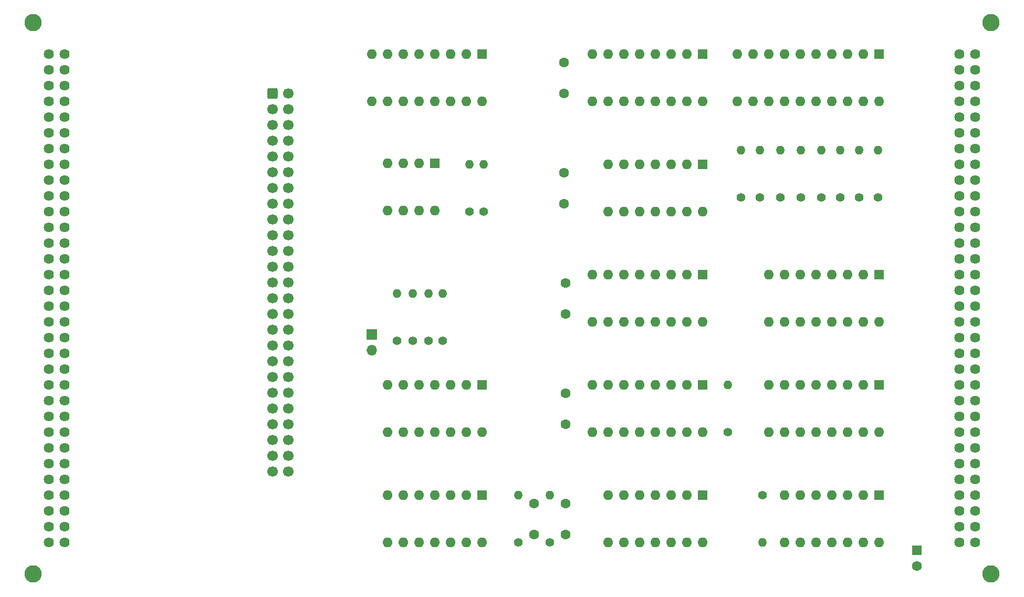
<source format=gbr>
%TF.GenerationSoftware,KiCad,Pcbnew,7.0.8-7.0.8~ubuntu23.04.1*%
%TF.CreationDate,2023-10-12T07:50:54+02:00*%
%TF.ProjectId,databoard_5076,64617461-626f-4617-9264-5f353037362e,v1.01*%
%TF.SameCoordinates,Original*%
%TF.FileFunction,Soldermask,Top*%
%TF.FilePolarity,Negative*%
%FSLAX46Y46*%
G04 Gerber Fmt 4.6, Leading zero omitted, Abs format (unit mm)*
G04 Created by KiCad (PCBNEW 7.0.8-7.0.8~ubuntu23.04.1) date 2023-10-12 07:50:54*
%MOMM*%
%LPD*%
G01*
G04 APERTURE LIST*
G04 Aperture macros list*
%AMRoundRect*
0 Rectangle with rounded corners*
0 $1 Rounding radius*
0 $2 $3 $4 $5 $6 $7 $8 $9 X,Y pos of 4 corners*
0 Add a 4 corners polygon primitive as box body*
4,1,4,$2,$3,$4,$5,$6,$7,$8,$9,$2,$3,0*
0 Add four circle primitives for the rounded corners*
1,1,$1+$1,$2,$3*
1,1,$1+$1,$4,$5*
1,1,$1+$1,$6,$7*
1,1,$1+$1,$8,$9*
0 Add four rect primitives between the rounded corners*
20,1,$1+$1,$2,$3,$4,$5,0*
20,1,$1+$1,$4,$5,$6,$7,0*
20,1,$1+$1,$6,$7,$8,$9,0*
20,1,$1+$1,$8,$9,$2,$3,0*%
G04 Aperture macros list end*
%ADD10R,1.600000X1.600000*%
%ADD11O,1.600000X1.600000*%
%ADD12C,1.400000*%
%ADD13O,1.400000X1.400000*%
%ADD14C,1.600000*%
%ADD15C,2.794000*%
%ADD16C,1.625600*%
%ADD17RoundRect,0.250000X-0.600000X-0.600000X0.600000X-0.600000X0.600000X0.600000X-0.600000X0.600000X0*%
%ADD18C,1.700000*%
%ADD19R,1.700000X1.700000*%
%ADD20O,1.700000X1.700000*%
G04 APERTURE END LIST*
D10*
%TO.C,U7*%
X155702000Y-91186000D03*
D11*
X153162000Y-91186000D03*
X150622000Y-91186000D03*
X148082000Y-91186000D03*
X145542000Y-91186000D03*
X143002000Y-91186000D03*
X140462000Y-91186000D03*
X137922000Y-91186000D03*
X137922000Y-98806000D03*
X140462000Y-98806000D03*
X143002000Y-98806000D03*
X145542000Y-98806000D03*
X148082000Y-98806000D03*
X150622000Y-98806000D03*
X153162000Y-98806000D03*
X155702000Y-98806000D03*
%TD*%
D12*
%TO.C,R9*%
X159766000Y-116586000D03*
D13*
X159766000Y-108966000D03*
%TD*%
D12*
%TO.C,R9E1*%
X171546000Y-78740000D03*
D13*
X171546000Y-71120000D03*
%TD*%
D10*
%TO.C,U11*%
X120142000Y-126746000D03*
D11*
X117602000Y-126746000D03*
X115062000Y-126746000D03*
X112522000Y-126746000D03*
X109982000Y-126746000D03*
X107442000Y-126746000D03*
X104902000Y-126746000D03*
X104902000Y-134366000D03*
X107442000Y-134366000D03*
X109982000Y-134366000D03*
X112522000Y-134366000D03*
X115062000Y-134366000D03*
X117602000Y-134366000D03*
X120142000Y-134366000D03*
%TD*%
D12*
%TO.C,R1*%
X125984000Y-134366000D03*
D13*
X125984000Y-126746000D03*
%TD*%
D12*
%TO.C,R9F1*%
X168244000Y-78740000D03*
D13*
X168244000Y-71120000D03*
%TD*%
D12*
%TO.C,R2*%
X131064000Y-134366000D03*
D13*
X131064000Y-126746000D03*
%TD*%
D12*
%TO.C,R9G1*%
X164942000Y-78740000D03*
D13*
X164942000Y-71120000D03*
%TD*%
D10*
%TO.C,U14*%
X184150000Y-55626000D03*
D11*
X181610000Y-55626000D03*
X179070000Y-55626000D03*
X176530000Y-55626000D03*
X173990000Y-55626000D03*
X171450000Y-55626000D03*
X168910000Y-55626000D03*
X166370000Y-55626000D03*
X163830000Y-55626000D03*
X161290000Y-55626000D03*
X161290000Y-63246000D03*
X163830000Y-63246000D03*
X166370000Y-63246000D03*
X168910000Y-63246000D03*
X171450000Y-63246000D03*
X173990000Y-63246000D03*
X176530000Y-63246000D03*
X179070000Y-63246000D03*
X181610000Y-63246000D03*
X184150000Y-63246000D03*
%TD*%
D10*
%TO.C,C6*%
X190246000Y-135636000D03*
D14*
X190246000Y-138136000D03*
%TD*%
D12*
%TO.C,R6*%
X113792000Y-101854000D03*
D13*
X113792000Y-94234000D03*
%TD*%
D12*
%TO.C,R9C1*%
X177896000Y-78740000D03*
D13*
X177896000Y-71120000D03*
%TD*%
D12*
%TO.C,R9B1*%
X180944000Y-78740000D03*
D13*
X180944000Y-71120000D03*
%TD*%
D10*
%TO.C,U12*%
X120142000Y-55626000D03*
D11*
X117602000Y-55626000D03*
X115062000Y-55626000D03*
X112522000Y-55626000D03*
X109982000Y-55626000D03*
X107442000Y-55626000D03*
X104902000Y-55626000D03*
X102362000Y-55626000D03*
X102362000Y-63246000D03*
X104902000Y-63246000D03*
X107442000Y-63246000D03*
X109982000Y-63246000D03*
X112522000Y-63246000D03*
X115062000Y-63246000D03*
X117602000Y-63246000D03*
X120142000Y-63246000D03*
%TD*%
D10*
%TO.C,U6*%
X155702000Y-73406000D03*
D11*
X153162000Y-73406000D03*
X150622000Y-73406000D03*
X148082000Y-73406000D03*
X145542000Y-73406000D03*
X143002000Y-73406000D03*
X140462000Y-73406000D03*
X140462000Y-81026000D03*
X143002000Y-81026000D03*
X145542000Y-81026000D03*
X148082000Y-81026000D03*
X150622000Y-81026000D03*
X153162000Y-81026000D03*
X155702000Y-81026000D03*
%TD*%
D14*
%TO.C,C2*%
X133604000Y-115276000D03*
X133604000Y-110276000D03*
%TD*%
D12*
%TO.C,R10*%
X165354000Y-126746000D03*
D13*
X165354000Y-134366000D03*
%TD*%
D14*
%TO.C,C5*%
X133350000Y-61936000D03*
X133350000Y-56936000D03*
%TD*%
D15*
%TO.C,X2*%
X202184000Y-50546000D03*
X202184000Y-139446000D03*
D16*
X199644000Y-55626000D03*
X199644000Y-58166000D03*
X199644000Y-60706000D03*
X199644000Y-63246000D03*
X199644000Y-65786000D03*
X199644000Y-68326000D03*
X199644000Y-70866000D03*
X199644000Y-73406000D03*
X199644000Y-75946000D03*
X199644000Y-78486000D03*
X199644000Y-81026000D03*
X199644000Y-83566000D03*
X199644000Y-86106000D03*
X199644000Y-88646000D03*
X199644000Y-91186000D03*
X199644000Y-93726000D03*
X199644000Y-96266000D03*
X199644000Y-98806000D03*
X199644000Y-101346000D03*
X199644000Y-103886000D03*
X199644000Y-106426000D03*
X199644000Y-108966000D03*
X199644000Y-111506000D03*
X199644000Y-114046000D03*
X199644000Y-116586000D03*
X199644000Y-119126000D03*
X199644000Y-121666000D03*
X199644000Y-124206000D03*
X199644000Y-126746000D03*
X199644000Y-129286000D03*
X199644000Y-131826000D03*
X199644000Y-134366000D03*
X197104000Y-55626000D03*
X197104000Y-58166000D03*
X197104000Y-60706000D03*
X197104000Y-63246000D03*
X197104000Y-65786000D03*
X197104000Y-68326000D03*
X197104000Y-70866000D03*
X197104000Y-73406000D03*
X197104000Y-75946000D03*
X197104000Y-78486000D03*
X197104000Y-81026000D03*
X197104000Y-83566000D03*
X197104000Y-86106000D03*
X197104000Y-88646000D03*
X197104000Y-91186000D03*
X197104000Y-93726000D03*
X197104000Y-96266000D03*
X197104000Y-98806000D03*
X197104000Y-101346000D03*
X197104000Y-103886000D03*
X197104000Y-106426000D03*
X197104000Y-108966000D03*
X197104000Y-111506000D03*
X197104000Y-114046000D03*
X197104000Y-116586000D03*
X197104000Y-119126000D03*
X197104000Y-121666000D03*
X197104000Y-124206000D03*
X197104000Y-126746000D03*
X197104000Y-129286000D03*
X197104000Y-131826000D03*
X197104000Y-134366000D03*
%TD*%
D12*
%TO.C,R3*%
X106426000Y-101854000D03*
D13*
X106426000Y-94234000D03*
%TD*%
D12*
%TO.C,R9H1*%
X161894000Y-78740000D03*
D13*
X161894000Y-71120000D03*
%TD*%
D17*
%TO.C,J3*%
X86360000Y-61976000D03*
D18*
X88900000Y-61976000D03*
X86360000Y-64516000D03*
X88900000Y-64516000D03*
X86360000Y-67056000D03*
X88900000Y-67056000D03*
X86360000Y-69596000D03*
X88900000Y-69596000D03*
X86360000Y-72136000D03*
X88900000Y-72136000D03*
X86360000Y-74676000D03*
X88900000Y-74676000D03*
X86360000Y-77216000D03*
X88900000Y-77216000D03*
X86360000Y-79756000D03*
X88900000Y-79756000D03*
X86360000Y-82296000D03*
X88900000Y-82296000D03*
X86360000Y-84836000D03*
X88900000Y-84836000D03*
X86360000Y-87376000D03*
X88900000Y-87376000D03*
X86360000Y-89916000D03*
X88900000Y-89916000D03*
X86360000Y-92456000D03*
X88900000Y-92456000D03*
X86360000Y-94996000D03*
X88900000Y-94996000D03*
X86360000Y-97536000D03*
X88900000Y-97536000D03*
X86360000Y-100076000D03*
X88900000Y-100076000D03*
X86360000Y-102616000D03*
X88900000Y-102616000D03*
X86360000Y-105156000D03*
X88900000Y-105156000D03*
X86360000Y-107696000D03*
X88900000Y-107696000D03*
X86360000Y-110236000D03*
X88900000Y-110236000D03*
X86360000Y-112776000D03*
X88900000Y-112776000D03*
X86360000Y-115316000D03*
X88900000Y-115316000D03*
X86360000Y-117856000D03*
X88900000Y-117856000D03*
X86360000Y-120396000D03*
X88900000Y-120396000D03*
X86360000Y-122936000D03*
X88900000Y-122936000D03*
%TD*%
D19*
%TO.C,J1*%
X102362000Y-100838000D03*
D20*
X102362000Y-103378000D03*
%TD*%
D12*
%TO.C,R8*%
X120396000Y-81026000D03*
D13*
X120396000Y-73406000D03*
%TD*%
D14*
%TO.C,C1*%
X133604000Y-133056000D03*
X133604000Y-128056000D03*
%TD*%
D12*
%TO.C,R9A1*%
X183992000Y-78740000D03*
D13*
X183992000Y-71120000D03*
%TD*%
D15*
%TO.C,X1*%
X47752000Y-139446000D03*
X47752000Y-50546000D03*
D16*
X50292000Y-134366000D03*
X50292000Y-131826000D03*
X50292000Y-129286000D03*
X50292000Y-126746000D03*
X50292000Y-124206000D03*
X50292000Y-121666000D03*
X50292000Y-119126000D03*
X50292000Y-116586000D03*
X50292000Y-114046000D03*
X50292000Y-111506000D03*
X50292000Y-108966000D03*
X50292000Y-106426000D03*
X50292000Y-103886000D03*
X50292000Y-101346000D03*
X50292000Y-98806000D03*
X50292000Y-96266000D03*
X50292000Y-93726000D03*
X50292000Y-91186000D03*
X50292000Y-88646000D03*
X50292000Y-86106000D03*
X50292000Y-83566000D03*
X50292000Y-81026000D03*
X50292000Y-78486000D03*
X50292000Y-75946000D03*
X50292000Y-73406000D03*
X50292000Y-70866000D03*
X50292000Y-68326000D03*
X50292000Y-65786000D03*
X50292000Y-63246000D03*
X50292000Y-60706000D03*
X50292000Y-58166000D03*
X50292000Y-55626000D03*
X52832000Y-134366000D03*
X52832000Y-131826000D03*
X52832000Y-129286000D03*
X52832000Y-126746000D03*
X52832000Y-124206000D03*
X52832000Y-121666000D03*
X52832000Y-119126000D03*
X52832000Y-116586000D03*
X52832000Y-114046000D03*
X52832000Y-111506000D03*
X52832000Y-108966000D03*
X52832000Y-106426000D03*
X52832000Y-103886000D03*
X52832000Y-101346000D03*
X52832000Y-98806000D03*
X52832000Y-96266000D03*
X52832000Y-93726000D03*
X52832000Y-91186000D03*
X52832000Y-88646000D03*
X52832000Y-86106000D03*
X52832000Y-83566000D03*
X52832000Y-81026000D03*
X52832000Y-78486000D03*
X52832000Y-75946000D03*
X52832000Y-73406000D03*
X52832000Y-70866000D03*
X52832000Y-68326000D03*
X52832000Y-65786000D03*
X52832000Y-63246000D03*
X52832000Y-60706000D03*
X52832000Y-58166000D03*
X52832000Y-55626000D03*
%TD*%
D10*
%TO.C,U8*%
X184150000Y-91186000D03*
D11*
X181610000Y-91186000D03*
X179070000Y-91186000D03*
X176530000Y-91186000D03*
X173990000Y-91186000D03*
X171450000Y-91186000D03*
X168910000Y-91186000D03*
X166370000Y-91186000D03*
X166370000Y-98806000D03*
X168910000Y-98806000D03*
X171450000Y-98806000D03*
X173990000Y-98806000D03*
X176530000Y-98806000D03*
X179070000Y-98806000D03*
X181610000Y-98806000D03*
X184150000Y-98806000D03*
%TD*%
D10*
%TO.C,U5*%
X112522000Y-73162000D03*
D11*
X109982000Y-73162000D03*
X107442000Y-73162000D03*
X104902000Y-73162000D03*
X104902000Y-80782000D03*
X107442000Y-80782000D03*
X109982000Y-80782000D03*
X112522000Y-80782000D03*
%TD*%
D12*
%TO.C,R9D1*%
X174848000Y-78740000D03*
D13*
X174848000Y-71120000D03*
%TD*%
D10*
%TO.C,U3*%
X184150000Y-108966000D03*
D11*
X181610000Y-108966000D03*
X179070000Y-108966000D03*
X176530000Y-108966000D03*
X173990000Y-108966000D03*
X171450000Y-108966000D03*
X168910000Y-108966000D03*
X166370000Y-108966000D03*
X166370000Y-116586000D03*
X168910000Y-116586000D03*
X171450000Y-116586000D03*
X173990000Y-116586000D03*
X176530000Y-116586000D03*
X179070000Y-116586000D03*
X181610000Y-116586000D03*
X184150000Y-116586000D03*
%TD*%
D10*
%TO.C,U13*%
X155702000Y-55626000D03*
D11*
X153162000Y-55626000D03*
X150622000Y-55626000D03*
X148082000Y-55626000D03*
X145542000Y-55626000D03*
X143002000Y-55626000D03*
X140462000Y-55626000D03*
X137922000Y-55626000D03*
X137922000Y-63246000D03*
X140462000Y-63246000D03*
X143002000Y-63246000D03*
X145542000Y-63246000D03*
X148082000Y-63246000D03*
X150622000Y-63246000D03*
X153162000Y-63246000D03*
X155702000Y-63246000D03*
%TD*%
D12*
%TO.C,R4*%
X108966000Y-101854000D03*
D13*
X108966000Y-94234000D03*
%TD*%
D10*
%TO.C,U2*%
X184150000Y-126746000D03*
D11*
X181610000Y-126746000D03*
X179070000Y-126746000D03*
X176530000Y-126746000D03*
X173990000Y-126746000D03*
X171450000Y-126746000D03*
X168910000Y-126746000D03*
X168910000Y-134366000D03*
X171450000Y-134366000D03*
X173990000Y-134366000D03*
X176530000Y-134366000D03*
X179070000Y-134366000D03*
X181610000Y-134366000D03*
X184150000Y-134366000D03*
%TD*%
D10*
%TO.C,U4*%
X155702000Y-108966000D03*
D11*
X153162000Y-108966000D03*
X150622000Y-108966000D03*
X148082000Y-108966000D03*
X145542000Y-108966000D03*
X143002000Y-108966000D03*
X140462000Y-108966000D03*
X137922000Y-108966000D03*
X137922000Y-116586000D03*
X140462000Y-116586000D03*
X143002000Y-116586000D03*
X145542000Y-116586000D03*
X148082000Y-116586000D03*
X150622000Y-116586000D03*
X153162000Y-116586000D03*
X155702000Y-116586000D03*
%TD*%
D10*
%TO.C,U9*%
X155702000Y-126746000D03*
D11*
X153162000Y-126746000D03*
X150622000Y-126746000D03*
X148082000Y-126746000D03*
X145542000Y-126746000D03*
X143002000Y-126746000D03*
X140462000Y-126746000D03*
X140462000Y-134366000D03*
X143002000Y-134366000D03*
X145542000Y-134366000D03*
X148082000Y-134366000D03*
X150622000Y-134366000D03*
X153162000Y-134366000D03*
X155702000Y-134366000D03*
%TD*%
D14*
%TO.C,C7*%
X128524000Y-133096000D03*
X128524000Y-128096000D03*
%TD*%
D10*
%TO.C,U1*%
X120142000Y-108966000D03*
D11*
X117602000Y-108966000D03*
X115062000Y-108966000D03*
X112522000Y-108966000D03*
X109982000Y-108966000D03*
X107442000Y-108966000D03*
X104902000Y-108966000D03*
X104902000Y-116586000D03*
X107442000Y-116586000D03*
X109982000Y-116586000D03*
X112522000Y-116586000D03*
X115062000Y-116586000D03*
X117602000Y-116586000D03*
X120142000Y-116586000D03*
%TD*%
D14*
%TO.C,C3*%
X133604000Y-97496000D03*
X133604000Y-92496000D03*
%TD*%
D12*
%TO.C,R5*%
X111506000Y-101854000D03*
D13*
X111506000Y-94234000D03*
%TD*%
D14*
%TO.C,C4*%
X133350000Y-79716000D03*
X133350000Y-74716000D03*
%TD*%
D12*
%TO.C,R7*%
X118110000Y-81026000D03*
D13*
X118110000Y-73406000D03*
%TD*%
M02*

</source>
